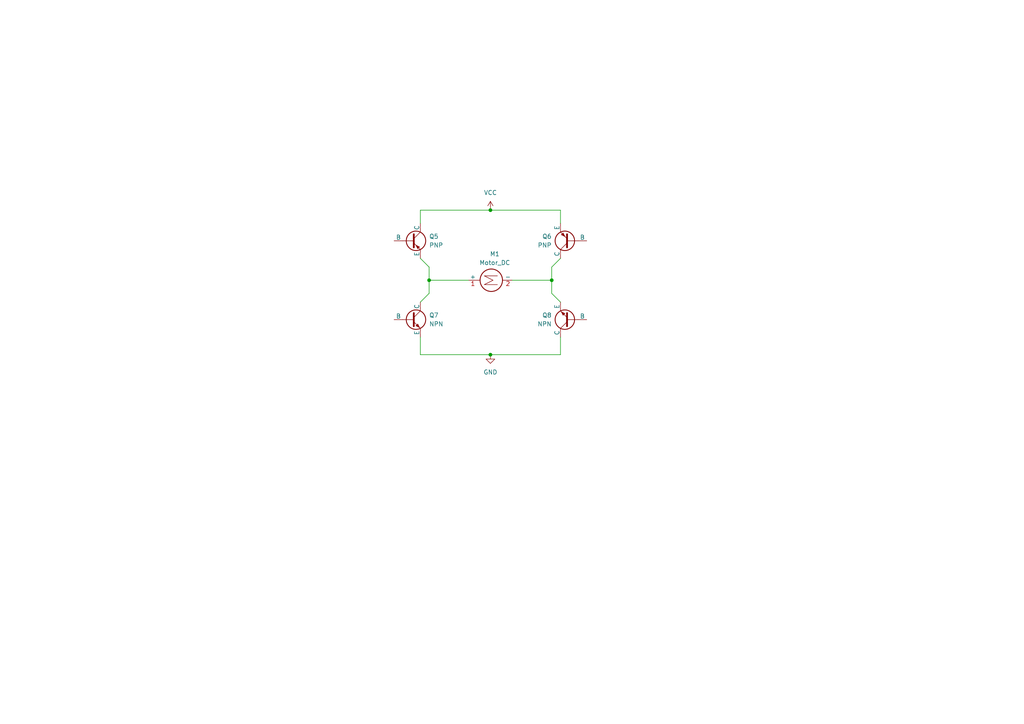
<source format=kicad_sch>
(kicad_sch (version 20230121) (generator eeschema)
  (paper "A4")
  (lib_symbols
    (symbol "Motor:Motor_DC" (pin_names (offset 0))
      (property "Reference" "M" (at 2.54 2.54 0))
      (property "Value" "Motor_DC" (at 2.54 -5.08 0))
      (symbol "Motor_DC_0_0"
        (polyline (pts (xy -1.27 -3.302) (xy -1.27 0.508) (xy 0 -2.032) (xy 1.27 0.508) (xy 1.27 -3.302)))
      )
      (symbol "Motor_DC_0_1"
        (circle (center 0 -1.524) (radius 3.2512) (stroke (width 0.254)))
        (polyline (pts (xy 0 -7.62) (xy 0 -7.112)))
        (polyline (pts (xy 0 -4.7752) (xy 0 -5.1816)))
        (polyline (pts (xy 0 1.7272) (xy 0 2.0828)))
        (polyline (pts (xy 0 2.032) (xy 0 2.54)))
      )
      (symbol "Motor_DC_1_1"
        (pin passive line (at 0 5.08 270) (length 2.54) (name "+") (number "1"))
        (pin passive line (at 0 -7.62 90) (length 2.54) (name "-") (number "2"))
      )
    )
    (symbol "Simulation_SPICE:NPN" (pin_numbers hide) (pin_names (offset 0))
      (property "Reference" "Q" (at -2.54 7.62 0))
      (property "Value" "NPN" (at -2.54 5.08 0))
      (symbol "NPN_0_1"
        (polyline (pts (xy -2.54 0) (xy 0.635 0)) (stroke (width 0.1524)))
        (polyline (pts (xy 0.635 0.635) (xy 2.54 2.54)))
        (polyline (pts (xy 2.794 -1.27) (xy 2.794 -1.27)) (stroke (width 0.1524)))
        (polyline (pts (xy 2.794 -1.27) (xy 2.794 -1.27)) (stroke (width 0.1524)))
        (polyline (pts (xy 0.635 -0.635) (xy 2.54 -2.54) (xy 2.54 -2.54)))
        (polyline (pts (xy 0.635 1.905) (xy 0.635 -1.905) (xy 0.635 -1.905)) (stroke (width 0.508)))
        (polyline (pts (xy 1.27 -1.778) (xy 1.778 -1.27) (xy 2.286 -2.286) (xy 1.27 -1.778) (xy 1.27 -1.778)) (fill (type outline)))
        (circle (center 1.27 0) (radius 2.8194) (stroke (width 0.254)))
      )
      (symbol "NPN_1_1"
        (pin open_collector line (at 2.54 5.08 270) (length 2.54) (name "C") (number "1"))
        (pin input line (at -5.08 0 0) (length 2.54) (name "B") (number "2"))
        (pin open_emitter line (at 2.54 -5.08 90) (length 2.54) (name "E") (number "3"))
      )
    )
    (symbol "Simulation_SPICE:PNP" (pin_numbers hide) (pin_names (offset 0))
      (property "Reference" "Q" (at -2.54 7.62 0))
      (property "Value" "PNP" (at -2.54 5.08 0))
      (symbol "PNP_0_1"
        (polyline (pts (xy -2.54 0) (xy 0.635 0)) (stroke (width 0.1524)))
        (polyline (pts (xy 0.635 0.635) (xy 2.54 2.54)))
        (polyline (pts (xy 0.635 -0.635) (xy 2.54 -2.54) (xy 2.54 -2.54)))
        (polyline (pts (xy 0.635 1.905) (xy 0.635 -1.905) (xy 0.635 -1.905)) (stroke (width 0.508)))
        (polyline (pts (xy 2.286 -1.778) (xy 1.778 -2.286) (xy 1.27 -1.27) (xy 2.286 -1.778) (xy 2.286 -1.778)) (fill (type outline)))
        (circle (center 1.27 0) (radius 2.8194) (stroke (width 0.254)))
      )
      (symbol "PNP_1_1"
        (pin open_collector line (at 2.54 5.08 270) (length 2.54) (name "C") (number "1"))
        (pin input line (at -5.08 0 0) (length 2.54) (name "B") (number "2"))
        (pin open_emitter line (at 2.54 -5.08 90) (length 2.54) (name "E") (number "3"))
      )
    )
    (symbol "power:GND" (power) (pin_names (offset 0))
      (property "Value" "GND" (at 0 -3.81 0))
      (symbol "GND_0_1"
        (polyline (pts (xy 0 0) (xy 0 -1.27) (xy 1.27 -1.27) (xy 0 -2.54) (xy -1.27 -1.27) (xy 0 -1.27)))
      )
      (symbol "GND_1_1"
        (pin power_in line (at 0 0 270) (length 0) hide (name "GND") (number "1"))
      )
    )
    (symbol "power:VCC" (power) (pin_names (offset 0))
      (property "Value" "VCC" (at 0 3.81 0))
      (symbol "VCC_0_1"
        (polyline (pts (xy -0.762 1.27) (xy 0 2.54)))
        (polyline (pts (xy 0 0) (xy 0 2.54)))
        (polyline (pts (xy 0 2.54) (xy 0.762 1.27)))
      )
      (symbol "VCC_1_1"
        (pin power_in line (at 0 0 90) (length 0) hide (name "VCC") (number "1"))
      )
    )
  )
  (junction (at 142.24 60.96))
  (junction (at 142.24 102.87))
  (junction (at 124.46 81.28))
  (junction (at 160.02 81.28))
  (wire (pts (xy 121.92 102.87) (xy 142.24 102.87)))
  (wire (pts (xy 162.56 74.93) (xy 160.02 77.47)))
  (wire (pts (xy 124.46 77.47) (xy 121.92 74.93)))
  (wire (pts (xy 162.56 97.79) (xy 162.56 102.87)))
  (wire (pts (xy 124.46 77.47) (xy 124.46 81.28)))
  (wire (pts (xy 160.02 85.09) (xy 162.56 87.63)))
  (wire (pts (xy 142.24 60.96) (xy 162.56 60.96)))
  (wire (pts (xy 121.92 87.63) (xy 124.46 85.09)))
  (wire (pts (xy 160.02 81.28) (xy 148.59 81.28)))
  (wire (pts (xy 121.92 60.96) (xy 142.24 60.96)))
  (wire (pts (xy 162.56 102.87) (xy 142.24 102.87)))
  (wire (pts (xy 121.92 64.77) (xy 121.92 60.96)))
  (wire (pts (xy 162.56 60.96) (xy 162.56 64.77)))
  (wire (pts (xy 160.02 85.09) (xy 160.02 81.28)))
  (wire (pts (xy 124.46 81.28) (xy 135.89 81.28)))
  (wire (pts (xy 160.02 81.28) (xy 160.02 77.47)))
  (wire (pts (xy 124.46 81.28) (xy 124.46 85.09)))
  (wire (pts (xy 121.92 97.79) (xy 121.92 102.87)))
  (symbol (lib_id "Simulation_SPICE:NPN") (at 119.38 92.71 0) (unit 1)
    (property "Reference" "Q7" (at 124.46 91.44 0) (effects (justify left)))
    (property "Value" "NPN" (at 124.46 93.98 0) (effects (justify left)))
    (property "Sim.Device" "NPN" (effects hide))
    (property "Sim.Type" "GUMMELPOON" (effects hide))
    (property "Sim.Pins" "1=C 2=B 3=E" (effects hide))
    (instances (project "Brug sketches" (path "" (reference "Q7") (unit 1)) (path "" (reference "Q14") (unit 1))))
  )
  (symbol (lib_id "power:VCC") (at 142.24 60.96 0) (unit 1)
    (property "Reference" "#PWR013" (effects hide))
    (property "Value" "VCC" (at 142.24 55.88 0))
    (instances (project "Brug sketches" (path "" (reference "#PWR013") (unit 1)) (path "" (reference "#PWR027") (unit 1))))
  )
  (symbol (lib_id "Simulation_SPICE:NPN") (at 165.1 92.71 180) (unit 1)
    (property "Reference" "Q8" (at 160.02 91.44 0) (effects (justify left)))
    (property "Value" "NPN" (at 160.02 93.98 0) (effects (justify left)))
    (property "Sim.Device" "NPN" (effects hide))
    (property "Sim.Type" "GUMMELPOON" (effects hide))
    (property "Sim.Pins" "1=C 2=B 3=E" (effects hide))
    (instances (project "Brug sketches" (path "" (reference "Q8") (unit 1)) (path "" (reference "Q16") (unit 1))))
  )
  (symbol (lib_id "power:GND") (at 142.24 102.87 0) (unit 1)
    (property "Reference" "#PWR014" (effects hide))
    (property "Value" "GND" (at 142.24 107.95 0))
    (instances (project "Brug sketches" (path "" (reference "#PWR014") (unit 1)) (path "" (reference "#PWR028") (unit 1))))
  )
  (symbol (lib_id "Motor:Motor_DC") (at 140.97 81.28 90) (unit 1)
    (property "Reference" "M1" (at 143.51 73.66 90))
    (property "Value" "Motor_DC" (at 143.51 76.2 90))
    (instances (project "Brug sketches" (path "" (reference "M1") (unit 1)) (path "" (reference "M2") (unit 1))))
  )
  (symbol (lib_id "Simulation_SPICE:PNP") (at 119.38 69.85 0) (unit 1)
    (property "Reference" "Q5" (at 124.46 68.58 0) (effects (justify left)))
    (property "Value" "PNP" (at 124.46 71.12 0) (effects (justify left)))
    (property "Sim.Device" "PNP" (effects hide))
    (property "Sim.Type" "GUMMELPOON" (effects hide))
    (property "Sim.Pins" "1=C 2=B 3=E" (effects hide))
    (instances (project "Brug sketches" (path "" (reference "Q5") (unit 1)) (path "" (reference "Q13") (unit 1))))
  )
  (symbol (lib_id "Simulation_SPICE:PNP") (at 165.1 69.85 180) (unit 1)
    (property "Reference" "Q6" (at 160.02 68.58 0) (effects (justify left)))
    (property "Value" "PNP" (at 160.02 71.12 0) (effects (justify left)))
    (property "Sim.Device" "PNP" (effects hide))
    (property "Sim.Type" "GUMMELPOON" (effects hide))
    (property "Sim.Pins" "1=C 2=B 3=E" (effects hide))
    (instances (project "Brug sketches" (path "" (reference "Q6") (unit 1)) (path "" (reference "Q15") (unit 1))))
  )
)
</source>
